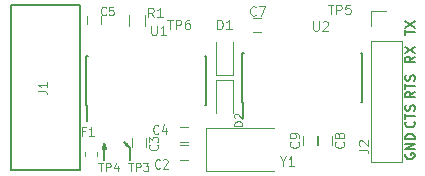
<source format=gbr>
G04 #@! TF.FileFunction,Legend,Top*
%FSLAX46Y46*%
G04 Gerber Fmt 4.6, Leading zero omitted, Abs format (unit mm)*
G04 Created by KiCad (PCBNEW 4.0.7-e2-6376~61~ubuntu18.04.1) date Mon Sep 24 16:26:10 2018*
%MOMM*%
%LPD*%
G01*
G04 APERTURE LIST*
%ADD10C,0.100000*%
%ADD11C,0.150000*%
%ADD12C,0.120000*%
G04 APERTURE END LIST*
D10*
D11*
X109601000Y-97409000D02*
X109855000Y-97790000D01*
X109601000Y-97409000D02*
X109982000Y-97663000D01*
X110109000Y-97917000D02*
X109601000Y-97409000D01*
X133458000Y-98399523D02*
X133419905Y-98475714D01*
X133419905Y-98589999D01*
X133458000Y-98704285D01*
X133534190Y-98780476D01*
X133610381Y-98818571D01*
X133762762Y-98856666D01*
X133877048Y-98856666D01*
X134029429Y-98818571D01*
X134105619Y-98780476D01*
X134181810Y-98704285D01*
X134219905Y-98589999D01*
X134219905Y-98513809D01*
X134181810Y-98399523D01*
X134143714Y-98361428D01*
X133877048Y-98361428D01*
X133877048Y-98513809D01*
X134219905Y-98018571D02*
X133419905Y-98018571D01*
X134219905Y-97561428D01*
X133419905Y-97561428D01*
X134219905Y-97180476D02*
X133419905Y-97180476D01*
X133419905Y-96990000D01*
X133458000Y-96875714D01*
X133534190Y-96799523D01*
X133610381Y-96761428D01*
X133762762Y-96723333D01*
X133877048Y-96723333D01*
X134029429Y-96761428D01*
X134105619Y-96799523D01*
X134181810Y-96875714D01*
X134219905Y-96990000D01*
X134219905Y-97180476D01*
X134143714Y-95688095D02*
X134181810Y-95726190D01*
X134219905Y-95840476D01*
X134219905Y-95916666D01*
X134181810Y-96030952D01*
X134105619Y-96107143D01*
X134029429Y-96145238D01*
X133877048Y-96183333D01*
X133762762Y-96183333D01*
X133610381Y-96145238D01*
X133534190Y-96107143D01*
X133458000Y-96030952D01*
X133419905Y-95916666D01*
X133419905Y-95840476D01*
X133458000Y-95726190D01*
X133496095Y-95688095D01*
X133419905Y-95459524D02*
X133419905Y-95002381D01*
X134219905Y-95230952D02*
X133419905Y-95230952D01*
X134181810Y-94773809D02*
X134219905Y-94659523D01*
X134219905Y-94469047D01*
X134181810Y-94392857D01*
X134143714Y-94354761D01*
X134067524Y-94316666D01*
X133991333Y-94316666D01*
X133915143Y-94354761D01*
X133877048Y-94392857D01*
X133838952Y-94469047D01*
X133800857Y-94621428D01*
X133762762Y-94697619D01*
X133724667Y-94735714D01*
X133648476Y-94773809D01*
X133572286Y-94773809D01*
X133496095Y-94735714D01*
X133458000Y-94697619D01*
X133419905Y-94621428D01*
X133419905Y-94430952D01*
X133458000Y-94316666D01*
X134219905Y-93148095D02*
X133838952Y-93414762D01*
X134219905Y-93605238D02*
X133419905Y-93605238D01*
X133419905Y-93300476D01*
X133458000Y-93224285D01*
X133496095Y-93186190D01*
X133572286Y-93148095D01*
X133686571Y-93148095D01*
X133762762Y-93186190D01*
X133800857Y-93224285D01*
X133838952Y-93300476D01*
X133838952Y-93605238D01*
X133419905Y-92919524D02*
X133419905Y-92462381D01*
X134219905Y-92690952D02*
X133419905Y-92690952D01*
X134181810Y-92233809D02*
X134219905Y-92119523D01*
X134219905Y-91929047D01*
X134181810Y-91852857D01*
X134143714Y-91814761D01*
X134067524Y-91776666D01*
X133991333Y-91776666D01*
X133915143Y-91814761D01*
X133877048Y-91852857D01*
X133838952Y-91929047D01*
X133800857Y-92081428D01*
X133762762Y-92157619D01*
X133724667Y-92195714D01*
X133648476Y-92233809D01*
X133572286Y-92233809D01*
X133496095Y-92195714D01*
X133458000Y-92157619D01*
X133419905Y-92081428D01*
X133419905Y-91890952D01*
X133458000Y-91776666D01*
X134219905Y-90176333D02*
X133838952Y-90443000D01*
X134219905Y-90633476D02*
X133419905Y-90633476D01*
X133419905Y-90328714D01*
X133458000Y-90252523D01*
X133496095Y-90214428D01*
X133572286Y-90176333D01*
X133686571Y-90176333D01*
X133762762Y-90214428D01*
X133800857Y-90252523D01*
X133838952Y-90328714D01*
X133838952Y-90633476D01*
X133419905Y-89909666D02*
X134219905Y-89376333D01*
X133419905Y-89376333D02*
X134219905Y-89909666D01*
X133419905Y-88366524D02*
X133419905Y-87909381D01*
X134219905Y-88137952D02*
X133419905Y-88137952D01*
X133419905Y-87718904D02*
X134219905Y-87185571D01*
X133419905Y-87185571D02*
X134219905Y-87718904D01*
X110109000Y-98933000D02*
X110109000Y-97917000D01*
X107950000Y-98933000D02*
X107950000Y-97536000D01*
X107950000Y-97536000D02*
X108077000Y-98044000D01*
X107950000Y-97536000D02*
X107823000Y-98044000D01*
X106431000Y-94277000D02*
X106456000Y-94277000D01*
X106431000Y-90127000D02*
X106536000Y-90127000D01*
X116581000Y-90127000D02*
X116476000Y-90127000D01*
X116581000Y-94277000D02*
X116476000Y-94277000D01*
X106431000Y-94277000D02*
X106431000Y-90127000D01*
X116581000Y-94277000D02*
X116581000Y-90127000D01*
X106456000Y-94277000D02*
X106456000Y-95652000D01*
D12*
X130496000Y-99120000D02*
X133156000Y-99120000D01*
X130496000Y-88900000D02*
X130496000Y-99120000D01*
X133156000Y-88900000D02*
X133156000Y-99120000D01*
X130496000Y-88900000D02*
X133156000Y-88900000D01*
X130496000Y-87630000D02*
X130496000Y-86300000D01*
X130496000Y-86300000D02*
X131826000Y-86300000D01*
D11*
X119639000Y-94023000D02*
X119664000Y-94023000D01*
X119639000Y-89873000D02*
X119744000Y-89873000D01*
X129789000Y-89873000D02*
X129684000Y-89873000D01*
X129789000Y-94023000D02*
X129684000Y-94023000D01*
X119639000Y-94023000D02*
X119639000Y-89873000D01*
X129789000Y-94023000D02*
X129789000Y-89873000D01*
X119664000Y-94023000D02*
X119664000Y-95398000D01*
D12*
X122334000Y-96244000D02*
X116584000Y-96244000D01*
X116584000Y-96244000D02*
X116584000Y-99844000D01*
X116584000Y-99844000D02*
X122334000Y-99844000D01*
X114331000Y-97698000D02*
X115031000Y-97698000D01*
X115031000Y-98898000D02*
X114331000Y-98898000D01*
X111471000Y-97109800D02*
X111471000Y-97809800D01*
X110271000Y-97809800D02*
X110271000Y-97109800D01*
X114331000Y-96174000D02*
X115031000Y-96174000D01*
X115031000Y-97374000D02*
X114331000Y-97374000D01*
X107661000Y-86746600D02*
X107661000Y-87446600D01*
X106461000Y-87446600D02*
X106461000Y-86746600D01*
X120554000Y-86903000D02*
X121254000Y-86903000D01*
X121254000Y-88103000D02*
X120554000Y-88103000D01*
X127219000Y-96932000D02*
X127219000Y-97632000D01*
X126019000Y-97632000D02*
X126019000Y-96932000D01*
X125949000Y-96932000D02*
X125949000Y-97632000D01*
X124749000Y-97632000D02*
X124749000Y-96932000D01*
X111424000Y-86622000D02*
X111424000Y-87622000D01*
X110064000Y-87622000D02*
X110064000Y-86622000D01*
D11*
X100050000Y-99800000D02*
X105900000Y-99800000D01*
X105900000Y-99800000D02*
X105900000Y-85800000D01*
X105900000Y-85800000D02*
X100050000Y-85800000D01*
X100050000Y-85800000D02*
X100050000Y-99800000D01*
D12*
X106297000Y-98587779D02*
X106297000Y-98262221D01*
X107317000Y-98587779D02*
X107317000Y-98262221D01*
X117410000Y-91716000D02*
X118810000Y-91716000D01*
X118810000Y-91716000D02*
X118810000Y-88916000D01*
X117410000Y-91716000D02*
X117410000Y-88916000D01*
X118810000Y-92180000D02*
X117410000Y-92180000D01*
X117410000Y-92180000D02*
X117410000Y-94980000D01*
X118810000Y-92180000D02*
X118810000Y-94980000D01*
D10*
X111912476Y-87572905D02*
X111912476Y-88220524D01*
X111950571Y-88296714D01*
X111988667Y-88334810D01*
X112064857Y-88372905D01*
X112217238Y-88372905D01*
X112293429Y-88334810D01*
X112331524Y-88296714D01*
X112369619Y-88220524D01*
X112369619Y-87572905D01*
X113169619Y-88372905D02*
X112712476Y-88372905D01*
X112941047Y-88372905D02*
X112941047Y-87572905D01*
X112864857Y-87687190D01*
X112788666Y-87763381D01*
X112712476Y-87801476D01*
X129482905Y-98056666D02*
X130054333Y-98056666D01*
X130168619Y-98094762D01*
X130244810Y-98170952D01*
X130282905Y-98285238D01*
X130282905Y-98361428D01*
X129559095Y-97713809D02*
X129521000Y-97675714D01*
X129482905Y-97599523D01*
X129482905Y-97409047D01*
X129521000Y-97332857D01*
X129559095Y-97294761D01*
X129635286Y-97256666D01*
X129711476Y-97256666D01*
X129825762Y-97294761D01*
X130282905Y-97751904D01*
X130282905Y-97256666D01*
X125628476Y-87191905D02*
X125628476Y-87839524D01*
X125666571Y-87915714D01*
X125704667Y-87953810D01*
X125780857Y-87991905D01*
X125933238Y-87991905D01*
X126009429Y-87953810D01*
X126047524Y-87915714D01*
X126085619Y-87839524D01*
X126085619Y-87191905D01*
X126428476Y-87268095D02*
X126466571Y-87230000D01*
X126542762Y-87191905D01*
X126733238Y-87191905D01*
X126809428Y-87230000D01*
X126847524Y-87268095D01*
X126885619Y-87344286D01*
X126885619Y-87420476D01*
X126847524Y-87534762D01*
X126390381Y-87991905D01*
X126885619Y-87991905D01*
X123063048Y-99040952D02*
X123063048Y-99421905D01*
X122796381Y-98621905D02*
X123063048Y-99040952D01*
X123329715Y-98621905D01*
X124015429Y-99421905D02*
X123558286Y-99421905D01*
X123786857Y-99421905D02*
X123786857Y-98621905D01*
X123710667Y-98736190D01*
X123634476Y-98812381D01*
X123558286Y-98850476D01*
X112659334Y-99599714D02*
X112626000Y-99637810D01*
X112526000Y-99675905D01*
X112459334Y-99675905D01*
X112359334Y-99637810D01*
X112292667Y-99561619D01*
X112259334Y-99485429D01*
X112226000Y-99333048D01*
X112226000Y-99218762D01*
X112259334Y-99066381D01*
X112292667Y-98990190D01*
X112359334Y-98914000D01*
X112459334Y-98875905D01*
X112526000Y-98875905D01*
X112626000Y-98914000D01*
X112659334Y-98952095D01*
X112926000Y-98952095D02*
X112959334Y-98914000D01*
X113026000Y-98875905D01*
X113192667Y-98875905D01*
X113259334Y-98914000D01*
X113292667Y-98952095D01*
X113326000Y-99028286D01*
X113326000Y-99104476D01*
X113292667Y-99218762D01*
X112892667Y-99675905D01*
X113326000Y-99675905D01*
X112426714Y-97652666D02*
X112464810Y-97686000D01*
X112502905Y-97786000D01*
X112502905Y-97852666D01*
X112464810Y-97952666D01*
X112388619Y-98019333D01*
X112312429Y-98052666D01*
X112160048Y-98086000D01*
X112045762Y-98086000D01*
X111893381Y-98052666D01*
X111817190Y-98019333D01*
X111741000Y-97952666D01*
X111702905Y-97852666D01*
X111702905Y-97786000D01*
X111741000Y-97686000D01*
X111779095Y-97652666D01*
X111702905Y-97419333D02*
X111702905Y-96986000D01*
X112007667Y-97219333D01*
X112007667Y-97119333D01*
X112045762Y-97052666D01*
X112083857Y-97019333D01*
X112160048Y-96986000D01*
X112350524Y-96986000D01*
X112426714Y-97019333D01*
X112464810Y-97052666D01*
X112502905Y-97119333D01*
X112502905Y-97319333D01*
X112464810Y-97386000D01*
X112426714Y-97419333D01*
X112532334Y-96678714D02*
X112499000Y-96716810D01*
X112399000Y-96754905D01*
X112332334Y-96754905D01*
X112232334Y-96716810D01*
X112165667Y-96640619D01*
X112132334Y-96564429D01*
X112099000Y-96412048D01*
X112099000Y-96297762D01*
X112132334Y-96145381D01*
X112165667Y-96069190D01*
X112232334Y-95993000D01*
X112332334Y-95954905D01*
X112399000Y-95954905D01*
X112499000Y-95993000D01*
X112532334Y-96031095D01*
X113132334Y-96221571D02*
X113132334Y-96754905D01*
X112965667Y-95916810D02*
X112799000Y-96488238D01*
X113232334Y-96488238D01*
X108087334Y-86610000D02*
X108054000Y-86643333D01*
X107954000Y-86676667D01*
X107887334Y-86676667D01*
X107787334Y-86643333D01*
X107720667Y-86576667D01*
X107687334Y-86510000D01*
X107654000Y-86376667D01*
X107654000Y-86276667D01*
X107687334Y-86143333D01*
X107720667Y-86076667D01*
X107787334Y-86010000D01*
X107887334Y-85976667D01*
X107954000Y-85976667D01*
X108054000Y-86010000D01*
X108087334Y-86043333D01*
X108720667Y-85976667D02*
X108387334Y-85976667D01*
X108354000Y-86310000D01*
X108387334Y-86276667D01*
X108454000Y-86243333D01*
X108620667Y-86243333D01*
X108687334Y-86276667D01*
X108720667Y-86310000D01*
X108754000Y-86376667D01*
X108754000Y-86543333D01*
X108720667Y-86610000D01*
X108687334Y-86643333D01*
X108620667Y-86676667D01*
X108454000Y-86676667D01*
X108387334Y-86643333D01*
X108354000Y-86610000D01*
X120770667Y-86645714D02*
X120732572Y-86683810D01*
X120618286Y-86721905D01*
X120542096Y-86721905D01*
X120427810Y-86683810D01*
X120351619Y-86607619D01*
X120313524Y-86531429D01*
X120275429Y-86379048D01*
X120275429Y-86264762D01*
X120313524Y-86112381D01*
X120351619Y-86036190D01*
X120427810Y-85960000D01*
X120542096Y-85921905D01*
X120618286Y-85921905D01*
X120732572Y-85960000D01*
X120770667Y-85998095D01*
X121037334Y-85921905D02*
X121570667Y-85921905D01*
X121227810Y-86721905D01*
X128174714Y-97415333D02*
X128212810Y-97453428D01*
X128250905Y-97567714D01*
X128250905Y-97643904D01*
X128212810Y-97758190D01*
X128136619Y-97834381D01*
X128060429Y-97872476D01*
X127908048Y-97910571D01*
X127793762Y-97910571D01*
X127641381Y-97872476D01*
X127565190Y-97834381D01*
X127489000Y-97758190D01*
X127450905Y-97643904D01*
X127450905Y-97567714D01*
X127489000Y-97453428D01*
X127527095Y-97415333D01*
X127793762Y-96958190D02*
X127755667Y-97034381D01*
X127717571Y-97072476D01*
X127641381Y-97110571D01*
X127603286Y-97110571D01*
X127527095Y-97072476D01*
X127489000Y-97034381D01*
X127450905Y-96958190D01*
X127450905Y-96805809D01*
X127489000Y-96729619D01*
X127527095Y-96691523D01*
X127603286Y-96653428D01*
X127641381Y-96653428D01*
X127717571Y-96691523D01*
X127755667Y-96729619D01*
X127793762Y-96805809D01*
X127793762Y-96958190D01*
X127831857Y-97034381D01*
X127869952Y-97072476D01*
X127946143Y-97110571D01*
X128098524Y-97110571D01*
X128174714Y-97072476D01*
X128212810Y-97034381D01*
X128250905Y-96958190D01*
X128250905Y-96805809D01*
X128212810Y-96729619D01*
X128174714Y-96691523D01*
X128098524Y-96653428D01*
X127946143Y-96653428D01*
X127869952Y-96691523D01*
X127831857Y-96729619D01*
X127793762Y-96805809D01*
X124364714Y-97415333D02*
X124402810Y-97453428D01*
X124440905Y-97567714D01*
X124440905Y-97643904D01*
X124402810Y-97758190D01*
X124326619Y-97834381D01*
X124250429Y-97872476D01*
X124098048Y-97910571D01*
X123983762Y-97910571D01*
X123831381Y-97872476D01*
X123755190Y-97834381D01*
X123679000Y-97758190D01*
X123640905Y-97643904D01*
X123640905Y-97567714D01*
X123679000Y-97453428D01*
X123717095Y-97415333D01*
X124440905Y-97034381D02*
X124440905Y-96882000D01*
X124402810Y-96805809D01*
X124364714Y-96767714D01*
X124250429Y-96691523D01*
X124098048Y-96653428D01*
X123793286Y-96653428D01*
X123717095Y-96691523D01*
X123679000Y-96729619D01*
X123640905Y-96805809D01*
X123640905Y-96958190D01*
X123679000Y-97034381D01*
X123717095Y-97072476D01*
X123793286Y-97110571D01*
X123983762Y-97110571D01*
X124059952Y-97072476D01*
X124098048Y-97034381D01*
X124136143Y-96958190D01*
X124136143Y-96805809D01*
X124098048Y-96729619D01*
X124059952Y-96691523D01*
X123983762Y-96653428D01*
X112134667Y-86848905D02*
X111868000Y-86467952D01*
X111677524Y-86848905D02*
X111677524Y-86048905D01*
X111982286Y-86048905D01*
X112058477Y-86087000D01*
X112096572Y-86125095D01*
X112134667Y-86201286D01*
X112134667Y-86315571D01*
X112096572Y-86391762D01*
X112058477Y-86429857D01*
X111982286Y-86467952D01*
X111677524Y-86467952D01*
X112896572Y-86848905D02*
X112439429Y-86848905D01*
X112668000Y-86848905D02*
X112668000Y-86048905D01*
X112591810Y-86163190D01*
X112515619Y-86239381D01*
X112439429Y-86277476D01*
X102359667Y-93070333D02*
X102859667Y-93070333D01*
X102959667Y-93103667D01*
X103026333Y-93170333D01*
X103059667Y-93270333D01*
X103059667Y-93337000D01*
X103059667Y-92370334D02*
X103059667Y-92770334D01*
X103059667Y-92570334D02*
X102359667Y-92570334D01*
X102459667Y-92637000D01*
X102526333Y-92703667D01*
X102559667Y-92770334D01*
X106319667Y-96488257D02*
X106086334Y-96488257D01*
X106086334Y-96907305D02*
X106086334Y-96107305D01*
X106419667Y-96107305D01*
X107053000Y-96907305D02*
X106653000Y-96907305D01*
X106853000Y-96907305D02*
X106853000Y-96107305D01*
X106786334Y-96221590D01*
X106719667Y-96297781D01*
X106653000Y-96335876D01*
X117519524Y-87864905D02*
X117519524Y-87064905D01*
X117710000Y-87064905D01*
X117824286Y-87103000D01*
X117900477Y-87179190D01*
X117938572Y-87255381D01*
X117976667Y-87407762D01*
X117976667Y-87522048D01*
X117938572Y-87674429D01*
X117900477Y-87750619D01*
X117824286Y-87826810D01*
X117710000Y-87864905D01*
X117519524Y-87864905D01*
X118738572Y-87864905D02*
X118281429Y-87864905D01*
X118510000Y-87864905D02*
X118510000Y-87064905D01*
X118433810Y-87179190D01*
X118357619Y-87255381D01*
X118281429Y-87293476D01*
X107447667Y-99184667D02*
X107847667Y-99184667D01*
X107647667Y-99884667D02*
X107647667Y-99184667D01*
X108081000Y-99884667D02*
X108081000Y-99184667D01*
X108347666Y-99184667D01*
X108414333Y-99218000D01*
X108447666Y-99251333D01*
X108481000Y-99318000D01*
X108481000Y-99418000D01*
X108447666Y-99484667D01*
X108414333Y-99518000D01*
X108347666Y-99551333D01*
X108081000Y-99551333D01*
X109081000Y-99418000D02*
X109081000Y-99884667D01*
X108914333Y-99151333D02*
X108747666Y-99651333D01*
X109181000Y-99651333D01*
X126879476Y-85794905D02*
X127336619Y-85794905D01*
X127108048Y-86594905D02*
X127108048Y-85794905D01*
X127603286Y-86594905D02*
X127603286Y-85794905D01*
X127908048Y-85794905D01*
X127984239Y-85833000D01*
X128022334Y-85871095D01*
X128060429Y-85947286D01*
X128060429Y-86061571D01*
X128022334Y-86137762D01*
X127984239Y-86175857D01*
X127908048Y-86213952D01*
X127603286Y-86213952D01*
X128784239Y-85794905D02*
X128403286Y-85794905D01*
X128365191Y-86175857D01*
X128403286Y-86137762D01*
X128479477Y-86099667D01*
X128669953Y-86099667D01*
X128746143Y-86137762D01*
X128784239Y-86175857D01*
X128822334Y-86252048D01*
X128822334Y-86442524D01*
X128784239Y-86518714D01*
X128746143Y-86556810D01*
X128669953Y-86594905D01*
X128479477Y-86594905D01*
X128403286Y-86556810D01*
X128365191Y-86518714D01*
X113290476Y-87064905D02*
X113747619Y-87064905D01*
X113519048Y-87864905D02*
X113519048Y-87064905D01*
X114014286Y-87864905D02*
X114014286Y-87064905D01*
X114319048Y-87064905D01*
X114395239Y-87103000D01*
X114433334Y-87141095D01*
X114471429Y-87217286D01*
X114471429Y-87331571D01*
X114433334Y-87407762D01*
X114395239Y-87445857D01*
X114319048Y-87483952D01*
X114014286Y-87483952D01*
X115157143Y-87064905D02*
X115004762Y-87064905D01*
X114928572Y-87103000D01*
X114890477Y-87141095D01*
X114814286Y-87255381D01*
X114776191Y-87407762D01*
X114776191Y-87712524D01*
X114814286Y-87788714D01*
X114852381Y-87826810D01*
X114928572Y-87864905D01*
X115080953Y-87864905D01*
X115157143Y-87826810D01*
X115195239Y-87788714D01*
X115233334Y-87712524D01*
X115233334Y-87522048D01*
X115195239Y-87445857D01*
X115157143Y-87407762D01*
X115080953Y-87369667D01*
X114928572Y-87369667D01*
X114852381Y-87407762D01*
X114814286Y-87445857D01*
X114776191Y-87522048D01*
X119645867Y-96071466D02*
X118945867Y-96071466D01*
X118945867Y-95904800D01*
X118979200Y-95804800D01*
X119045867Y-95738133D01*
X119112533Y-95704800D01*
X119245867Y-95671466D01*
X119345867Y-95671466D01*
X119479200Y-95704800D01*
X119545867Y-95738133D01*
X119612533Y-95804800D01*
X119645867Y-95904800D01*
X119645867Y-96071466D01*
X119012533Y-95404800D02*
X118979200Y-95371466D01*
X118945867Y-95304800D01*
X118945867Y-95138133D01*
X118979200Y-95071466D01*
X119012533Y-95038133D01*
X119079200Y-95004800D01*
X119145867Y-95004800D01*
X119245867Y-95038133D01*
X119645867Y-95438133D01*
X119645867Y-95004800D01*
X109987667Y-99184667D02*
X110387667Y-99184667D01*
X110187667Y-99884667D02*
X110187667Y-99184667D01*
X110621000Y-99884667D02*
X110621000Y-99184667D01*
X110887666Y-99184667D01*
X110954333Y-99218000D01*
X110987666Y-99251333D01*
X111021000Y-99318000D01*
X111021000Y-99418000D01*
X110987666Y-99484667D01*
X110954333Y-99518000D01*
X110887666Y-99551333D01*
X110621000Y-99551333D01*
X111254333Y-99184667D02*
X111687666Y-99184667D01*
X111454333Y-99451333D01*
X111554333Y-99451333D01*
X111621000Y-99484667D01*
X111654333Y-99518000D01*
X111687666Y-99584667D01*
X111687666Y-99751333D01*
X111654333Y-99818000D01*
X111621000Y-99851333D01*
X111554333Y-99884667D01*
X111354333Y-99884667D01*
X111287666Y-99851333D01*
X111254333Y-99818000D01*
M02*

</source>
